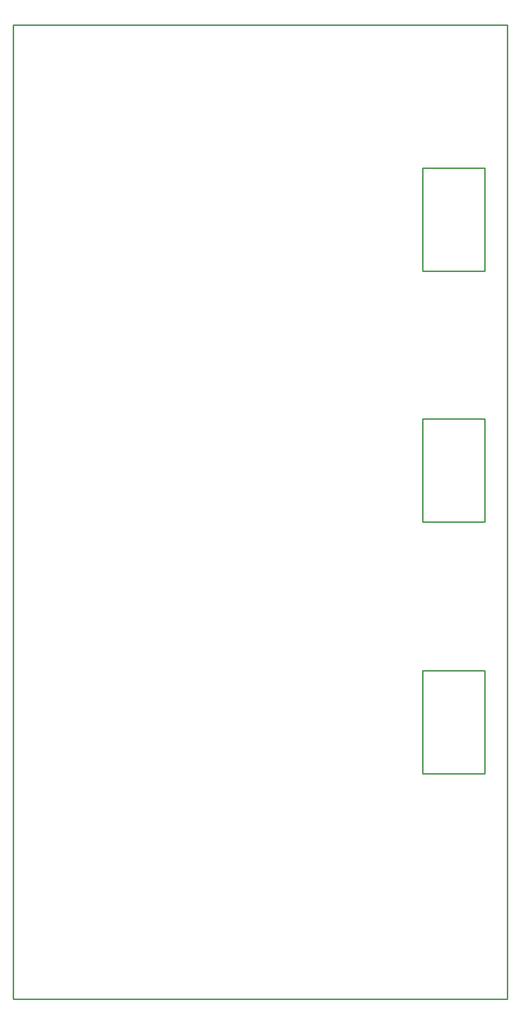
<source format=gko>
G04*
G04 #@! TF.GenerationSoftware,Altium Limited,Altium Designer,22.2.1 (43)*
G04*
G04 Layer_Color=16711935*
%FSLAX25Y25*%
%MOIN*%
G70*
G04*
G04 #@! TF.SameCoordinates,550063A1-71E6-411B-B153-969BAF3FA875*
G04*
G04*
G04 #@! TF.FilePolarity,Positive*
G04*
G01*
G75*
%ADD12C,0.01000*%
D12*
X950000Y555500D02*
X994000D01*
Y628500D01*
X950000D02*
X994000D01*
X950000Y555500D02*
Y628500D01*
Y378000D02*
X994000D01*
Y451000D01*
X950000D02*
X994000D01*
X950000Y378000D02*
Y451000D01*
Y199500D02*
X994000D01*
Y272500D01*
X950000D02*
X994000D01*
X950000Y199500D02*
Y272500D01*
X660000Y40000D02*
Y730000D01*
X1010000Y730000D01*
Y40000D02*
Y730000D01*
X660000Y40000D02*
X1010000Y40000D01*
M02*

</source>
